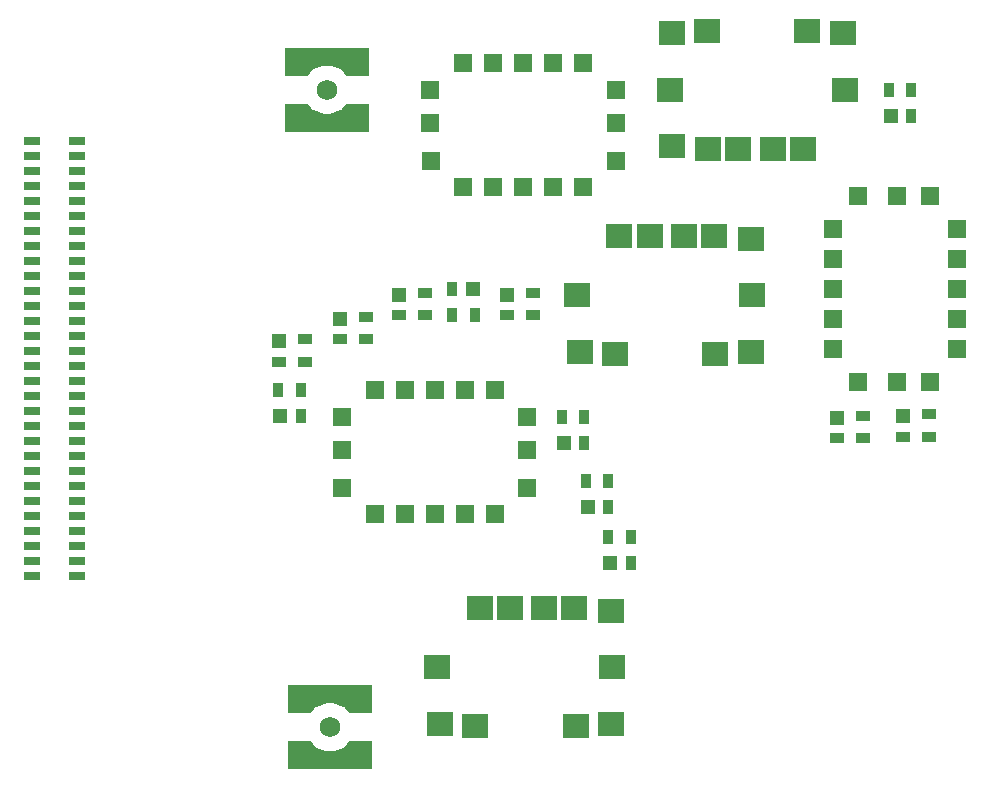
<source format=gbr>
G04 #@! TF.GenerationSoftware,KiCad,Pcbnew,5.0.0*
G04 #@! TF.CreationDate,2018-07-31T16:36:44-05:00*
G04 #@! TF.ProjectId,Header_Board,4865616465725F426F6172642E6B6963,rev?*
G04 #@! TF.SameCoordinates,Original*
G04 #@! TF.FileFunction,Paste,Top*
G04 #@! TF.FilePolarity,Positive*
%FSLAX46Y46*%
G04 Gerber Fmt 4.6, Leading zero omitted, Abs format (unit mm)*
G04 Created by KiCad (PCBNEW 5.0.0) date Tue Jul 31 16:36:44 2018*
%MOMM*%
%LPD*%
G01*
G04 APERTURE LIST*
%ADD10R,2.200000X2.000000*%
%ADD11R,1.520000X1.520000*%
%ADD12R,1.350000X0.660000*%
%ADD13C,1.000000*%
%ADD14C,0.100000*%
%ADD15C,0.500000*%
%ADD16R,1.910000X2.350000*%
%ADD17R,7.110000X1.510000*%
%ADD18C,1.730000*%
%ADD19R,1.295400X0.889000*%
%ADD20R,1.295400X1.193800*%
%ADD21R,0.889000X1.295400*%
%ADD22R,1.193800X1.295400*%
G04 APERTURE END LIST*
D10*
G04 #@! TO.C,U10*
X139938000Y-84064000D03*
X140038000Y-88864000D03*
X143138000Y-89064000D03*
X145688000Y-89064000D03*
X148588000Y-89064000D03*
X151138000Y-89064000D03*
X154738000Y-84064000D03*
X154516000Y-79264000D03*
X151538000Y-79064000D03*
X143038000Y-79064000D03*
X140038000Y-79264000D03*
G04 #@! TD*
D11*
G04 #@! TO.C,U8*
X161931000Y-93069000D03*
X159137000Y-93069000D03*
X155857000Y-93093000D03*
X153697000Y-95863000D03*
X153697000Y-98403000D03*
X153697000Y-100943000D03*
X153697000Y-103483000D03*
X153697000Y-106023000D03*
X155857000Y-108793000D03*
X159137000Y-108793000D03*
X161927000Y-108793000D03*
X164217000Y-106023000D03*
X164217000Y-103483000D03*
X164217000Y-100943000D03*
X164217000Y-98403000D03*
X164217000Y-95863000D03*
G04 #@! TD*
D12*
G04 #@! TO.C,P3*
X89662000Y-125272800D03*
X85852000Y-125272800D03*
X89662000Y-124002800D03*
X85852000Y-124002800D03*
X89662000Y-122732800D03*
X85852000Y-122732800D03*
X89662000Y-121462800D03*
X85852000Y-121462800D03*
X89662000Y-120192800D03*
X85852000Y-120192800D03*
X89662000Y-118922800D03*
X85852000Y-118922800D03*
X89662000Y-117652800D03*
X85852000Y-117652800D03*
X89662000Y-116382800D03*
X85852000Y-116382800D03*
X89662000Y-115112800D03*
X85852000Y-115112800D03*
X89662000Y-113842800D03*
X85852000Y-113842800D03*
X89662000Y-112572800D03*
X85852000Y-112572800D03*
X89662000Y-111302800D03*
X85852000Y-111302800D03*
X89662000Y-110032800D03*
X85852000Y-110032800D03*
X89662000Y-108762800D03*
X85852000Y-108762800D03*
X89662000Y-107492800D03*
X85852000Y-107492800D03*
X89662000Y-106222800D03*
X85852000Y-106222800D03*
X89662000Y-104952800D03*
X85852000Y-104952800D03*
X89662000Y-103682800D03*
X85852000Y-103682800D03*
X89662000Y-102412800D03*
X85852000Y-102412800D03*
X89662000Y-101142800D03*
X85852000Y-101142800D03*
X89662000Y-99872800D03*
X85852000Y-99872800D03*
X89662000Y-98602800D03*
X85852000Y-98602800D03*
X89662000Y-97332800D03*
X85852000Y-97332800D03*
X89662000Y-96062800D03*
X85852000Y-96062800D03*
X89662000Y-94792800D03*
X85852000Y-94792800D03*
X89662000Y-93522800D03*
X85852000Y-93522800D03*
X89662000Y-92252800D03*
X85852000Y-92252800D03*
X89662000Y-90982800D03*
X85852000Y-90982800D03*
X89662000Y-89712800D03*
X85852000Y-89712800D03*
X89662000Y-88442800D03*
X85852000Y-88442800D03*
G04 #@! TD*
D13*
G04 #@! TO.C,J1*
X111721000Y-86454000D03*
D14*
G36*
X110952317Y-87265866D02*
X110610297Y-86326174D01*
X112489683Y-85642134D01*
X112831703Y-86581826D01*
X110952317Y-87265866D01*
X110952317Y-87265866D01*
G37*
D13*
X110021000Y-86454000D03*
D14*
G36*
X108910297Y-86581826D02*
X109252317Y-85642134D01*
X111131703Y-86326174D01*
X110789683Y-87265866D01*
X108910297Y-86581826D01*
X108910297Y-86581826D01*
G37*
D13*
X111721000Y-81694000D03*
D14*
G36*
X110610297Y-81821826D02*
X110952317Y-80882134D01*
X112831703Y-81566174D01*
X112489683Y-82505866D01*
X110610297Y-81821826D01*
X110610297Y-81821826D01*
G37*
D13*
X110021000Y-81694000D03*
D14*
G36*
X109252317Y-82505866D02*
X108910297Y-81566174D01*
X110789683Y-80882134D01*
X111131703Y-81821826D01*
X109252317Y-82505866D01*
X109252317Y-82505866D01*
G37*
D15*
X112386000Y-85823000D03*
D14*
G36*
X112256117Y-86366719D02*
X111873095Y-86045325D01*
X112515883Y-85279281D01*
X112898905Y-85600675D01*
X112256117Y-86366719D01*
X112256117Y-86366719D01*
G37*
D15*
X109356000Y-85823000D03*
D14*
G36*
X108843095Y-85600675D02*
X109226117Y-85279281D01*
X109868905Y-86045325D01*
X109485883Y-86366719D01*
X108843095Y-85600675D01*
X108843095Y-85600675D01*
G37*
D15*
X112386000Y-82325000D03*
D14*
G36*
X111873095Y-82102675D02*
X112256117Y-81781281D01*
X112898905Y-82547325D01*
X112515883Y-82868719D01*
X111873095Y-82102675D01*
X111873095Y-82102675D01*
G37*
D15*
X109356000Y-82325000D03*
D14*
G36*
X109226117Y-82868719D02*
X108843095Y-82547325D01*
X109485883Y-81781281D01*
X109868905Y-82102675D01*
X109226117Y-82868719D01*
X109226117Y-82868719D01*
G37*
D16*
X113471000Y-86454000D03*
D17*
X110871000Y-86874000D03*
D16*
X108271000Y-86454000D03*
X113471000Y-81694000D03*
D18*
X110871000Y-84074000D03*
D17*
X110871000Y-81274000D03*
D16*
X108271000Y-81694000D03*
G04 #@! TD*
D13*
G04 #@! TO.C,J2*
X111975000Y-140429000D03*
D14*
G36*
X111206317Y-141240866D02*
X110864297Y-140301174D01*
X112743683Y-139617134D01*
X113085703Y-140556826D01*
X111206317Y-141240866D01*
X111206317Y-141240866D01*
G37*
D13*
X110275000Y-140429000D03*
D14*
G36*
X109164297Y-140556826D02*
X109506317Y-139617134D01*
X111385703Y-140301174D01*
X111043683Y-141240866D01*
X109164297Y-140556826D01*
X109164297Y-140556826D01*
G37*
D13*
X111975000Y-135669000D03*
D14*
G36*
X110864297Y-135796826D02*
X111206317Y-134857134D01*
X113085703Y-135541174D01*
X112743683Y-136480866D01*
X110864297Y-135796826D01*
X110864297Y-135796826D01*
G37*
D13*
X110275000Y-135669000D03*
D14*
G36*
X109506317Y-136480866D02*
X109164297Y-135541174D01*
X111043683Y-134857134D01*
X111385703Y-135796826D01*
X109506317Y-136480866D01*
X109506317Y-136480866D01*
G37*
D15*
X112640000Y-139798000D03*
D14*
G36*
X112510117Y-140341719D02*
X112127095Y-140020325D01*
X112769883Y-139254281D01*
X113152905Y-139575675D01*
X112510117Y-140341719D01*
X112510117Y-140341719D01*
G37*
D15*
X109610000Y-139798000D03*
D14*
G36*
X109097095Y-139575675D02*
X109480117Y-139254281D01*
X110122905Y-140020325D01*
X109739883Y-140341719D01*
X109097095Y-139575675D01*
X109097095Y-139575675D01*
G37*
D15*
X112640000Y-136300000D03*
D14*
G36*
X112127095Y-136077675D02*
X112510117Y-135756281D01*
X113152905Y-136522325D01*
X112769883Y-136843719D01*
X112127095Y-136077675D01*
X112127095Y-136077675D01*
G37*
D15*
X109610000Y-136300000D03*
D14*
G36*
X109480117Y-136843719D02*
X109097095Y-136522325D01*
X109739883Y-135756281D01*
X110122905Y-136077675D01*
X109480117Y-136843719D01*
X109480117Y-136843719D01*
G37*
D16*
X113725000Y-140429000D03*
D17*
X111125000Y-140849000D03*
D16*
X108525000Y-140429000D03*
X113725000Y-135669000D03*
D18*
X111125000Y-138049000D03*
D17*
X111125000Y-135249000D03*
D16*
X108525000Y-135669000D03*
G04 #@! TD*
D10*
G04 #@! TO.C,U1*
X146828000Y-101483000D03*
X146728000Y-96683000D03*
X143628000Y-96483000D03*
X141078000Y-96483000D03*
X138178000Y-96483000D03*
X135628000Y-96483000D03*
X132028000Y-101483000D03*
X132250000Y-106283000D03*
X135228000Y-106483000D03*
X143728000Y-106483000D03*
X146728000Y-106283000D03*
G04 #@! TD*
D11*
G04 #@! TO.C,U2*
X119612000Y-84068000D03*
X119612000Y-86862000D03*
X119636000Y-90142000D03*
X122406000Y-92302000D03*
X124946000Y-92302000D03*
X127486000Y-92302000D03*
X130026000Y-92302000D03*
X132566000Y-92302000D03*
X135336000Y-90142000D03*
X135336000Y-86862000D03*
X135336000Y-84072000D03*
X132566000Y-81782000D03*
X130026000Y-81782000D03*
X127486000Y-81782000D03*
X124946000Y-81782000D03*
X122406000Y-81782000D03*
G04 #@! TD*
D19*
G04 #@! TO.C,U3*
X154012900Y-113601500D03*
X156222700Y-113601500D03*
X156222700Y-111696500D03*
D20*
X154012900Y-111848900D03*
G04 #@! TD*
D19*
G04 #@! TO.C,U4*
X159600900Y-113474500D03*
X161810700Y-113474500D03*
X161810700Y-111569500D03*
D20*
X159600900Y-111721900D03*
G04 #@! TD*
D19*
G04 #@! TO.C,U5*
X126072900Y-103187500D03*
X128282700Y-103187500D03*
X128282700Y-101282500D03*
D20*
X126072900Y-101434900D03*
G04 #@! TD*
D21*
G04 #@! TO.C,U6*
X121475500Y-100926900D03*
X121475500Y-103136700D03*
X123380500Y-103136700D03*
D22*
X123228100Y-100926900D03*
G04 #@! TD*
D19*
G04 #@! TO.C,U7*
X116928900Y-103187500D03*
X119138700Y-103187500D03*
X119138700Y-101282500D03*
D20*
X116928900Y-101434900D03*
G04 #@! TD*
D19*
G04 #@! TO.C,U9*
X111975900Y-105219500D03*
X114185700Y-105219500D03*
X114185700Y-103314500D03*
D20*
X111975900Y-103466900D03*
G04 #@! TD*
D19*
G04 #@! TO.C,U11*
X106768900Y-107124500D03*
X108978700Y-107124500D03*
X108978700Y-105219500D03*
D20*
X106768900Y-105371900D03*
G04 #@! TD*
D10*
G04 #@! TO.C,U12*
X135017000Y-132979000D03*
X134917000Y-128179000D03*
X131817000Y-127979000D03*
X129267000Y-127979000D03*
X126367000Y-127979000D03*
X123817000Y-127979000D03*
X120217000Y-132979000D03*
X120439000Y-137779000D03*
X123417000Y-137979000D03*
X131917000Y-137979000D03*
X134917000Y-137779000D03*
G04 #@! TD*
D21*
G04 #@! TO.C,U13*
X108648500Y-111671100D03*
X108648500Y-109461300D03*
X106743500Y-109461300D03*
D22*
X106895900Y-111671100D03*
G04 #@! TD*
D21*
G04 #@! TO.C,U14*
X160337500Y-86271100D03*
X160337500Y-84061300D03*
X158432500Y-84061300D03*
D22*
X158584900Y-86271100D03*
G04 #@! TD*
D21*
G04 #@! TO.C,U15*
X136588500Y-124117100D03*
X136588500Y-121907300D03*
X134683500Y-121907300D03*
D22*
X134835900Y-124117100D03*
G04 #@! TD*
D11*
G04 #@! TO.C,U16*
X112119000Y-111754000D03*
X112119000Y-114548000D03*
X112143000Y-117828000D03*
X114913000Y-119988000D03*
X117453000Y-119988000D03*
X119993000Y-119988000D03*
X122533000Y-119988000D03*
X125073000Y-119988000D03*
X127843000Y-117828000D03*
X127843000Y-114548000D03*
X127843000Y-111758000D03*
X125073000Y-109468000D03*
X122533000Y-109468000D03*
X119993000Y-109468000D03*
X117453000Y-109468000D03*
X114913000Y-109468000D03*
G04 #@! TD*
D21*
G04 #@! TO.C,U17*
X134683500Y-119418100D03*
X134683500Y-117208300D03*
X132778500Y-117208300D03*
D22*
X132930900Y-119418100D03*
G04 #@! TD*
D21*
G04 #@! TO.C,U18*
X132651500Y-113957100D03*
X132651500Y-111747300D03*
X130746500Y-111747300D03*
D22*
X130898900Y-113957100D03*
G04 #@! TD*
M02*

</source>
